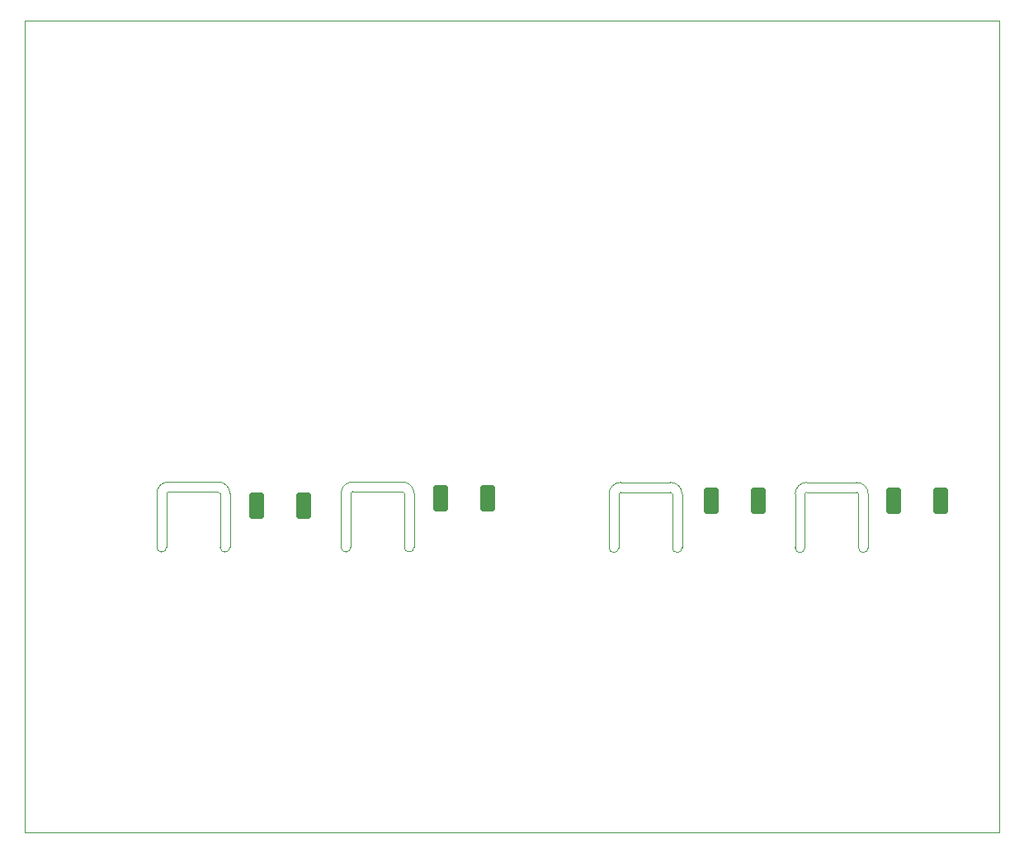
<source format=gbr>
%TF.GenerationSoftware,KiCad,Pcbnew,8.0.5*%
%TF.CreationDate,2025-03-15T22:24:31+01:00*%
%TF.ProjectId,esp32_blinds_controller,65737033-325f-4626-9c69-6e64735f636f,V0.2*%
%TF.SameCoordinates,Original*%
%TF.FileFunction,Paste,Bot*%
%TF.FilePolarity,Positive*%
%FSLAX46Y46*%
G04 Gerber Fmt 4.6, Leading zero omitted, Abs format (unit mm)*
G04 Created by KiCad (PCBNEW 8.0.5) date 2025-03-15 22:24:31*
%MOMM*%
%LPD*%
G01*
G04 APERTURE LIST*
G04 Aperture macros list*
%AMRoundRect*
0 Rectangle with rounded corners*
0 $1 Rounding radius*
0 $2 $3 $4 $5 $6 $7 $8 $9 X,Y pos of 4 corners*
0 Add a 4 corners polygon primitive as box body*
4,1,4,$2,$3,$4,$5,$6,$7,$8,$9,$2,$3,0*
0 Add four circle primitives for the rounded corners*
1,1,$1+$1,$2,$3*
1,1,$1+$1,$4,$5*
1,1,$1+$1,$6,$7*
1,1,$1+$1,$8,$9*
0 Add four rect primitives between the rounded corners*
20,1,$1+$1,$2,$3,$4,$5,0*
20,1,$1+$1,$4,$5,$6,$7,0*
20,1,$1+$1,$6,$7,$8,$9,0*
20,1,$1+$1,$8,$9,$2,$3,0*%
G04 Aperture macros list end*
%ADD10RoundRect,0.250000X0.500000X1.100000X-0.500000X1.100000X-0.500000X-1.100000X0.500000X-1.100000X0*%
%TA.AperFunction,Profile*%
%ADD11C,0.050000*%
%TD*%
%TA.AperFunction,Profile*%
%ADD12C,0.120000*%
%TD*%
G04 APERTURE END LIST*
D10*
%TO.C,D1*%
X129750000Y-105500000D03*
X124950000Y-105500000D03*
%TD*%
%TO.C,D3*%
X195105000Y-105000000D03*
X190305000Y-105000000D03*
%TD*%
%TO.C,D4*%
X148650000Y-104750000D03*
X143850000Y-104750000D03*
%TD*%
%TO.C,D2*%
X176400000Y-104950000D03*
X171600000Y-104950000D03*
%TD*%
D11*
X139900000Y-103048528D02*
G75*
G02*
X141099972Y-104248528I0J-1199972D01*
G01*
X167400000Y-103100000D02*
G75*
G02*
X168600000Y-104300000I0J-1200000D01*
G01*
X168600000Y-109800000D02*
G75*
G02*
X167600000Y-109800000I-500000J0D01*
G01*
X187700000Y-109800000D02*
X187700000Y-104300000D01*
X161100000Y-109800000D02*
X161100000Y-104300000D01*
X134600000Y-109748528D02*
X134600000Y-104248528D01*
X122200000Y-109750000D02*
G75*
G02*
X121200000Y-109750000I-500000J0D01*
G01*
X122200000Y-109750000D02*
X122200000Y-104250000D01*
X134800000Y-103048528D02*
X139900000Y-103048528D01*
X162300000Y-104100000D02*
X167400000Y-104100000D01*
X141100000Y-109748528D02*
X141100000Y-104248528D01*
X181200000Y-109800000D02*
G75*
G02*
X180200000Y-109800000I-500000J0D01*
G01*
X121000000Y-103050000D02*
G75*
G02*
X122200000Y-104250000I0J-1200000D01*
G01*
X181400000Y-104100000D02*
X186500000Y-104100000D01*
X162100000Y-104300000D02*
G75*
G02*
X162300000Y-104100000I200000J0D01*
G01*
X133600000Y-104248528D02*
G75*
G02*
X134800000Y-103048500I1200000J28D01*
G01*
X121200000Y-109750000D02*
X121200000Y-104250000D01*
X187700000Y-109800000D02*
G75*
G02*
X186700000Y-109800000I-500000J0D01*
G01*
X115900000Y-104050000D02*
X121000000Y-104050000D01*
X115700000Y-109750000D02*
X115700000Y-104250000D01*
X167400000Y-104100000D02*
G75*
G02*
X167600000Y-104300000I0J-200000D01*
G01*
X141100000Y-109748528D02*
G75*
G02*
X140100000Y-109748528I-500000J0D01*
G01*
X186700000Y-109800000D02*
X186700000Y-104300000D01*
X180200000Y-104300000D02*
G75*
G02*
X181400000Y-103100000I1200000J0D01*
G01*
X134800000Y-104048528D02*
X139900000Y-104048528D01*
X181200000Y-104300000D02*
G75*
G02*
X181400000Y-104100000I200000J0D01*
G01*
X186500000Y-104100000D02*
G75*
G02*
X186700000Y-104300000I0J-200000D01*
G01*
X162100000Y-109800000D02*
G75*
G02*
X161100000Y-109800000I-500000J0D01*
G01*
X139900000Y-104048528D02*
G75*
G02*
X140099972Y-104248528I0J-199972D01*
G01*
X115700000Y-109750000D02*
G75*
G02*
X114700000Y-109750000I-500000J0D01*
G01*
X186500000Y-103100000D02*
G75*
G02*
X187700000Y-104300000I0J-1200000D01*
G01*
X180200000Y-109800000D02*
X180200000Y-104300000D01*
X162100000Y-109800000D02*
X162100000Y-104300000D01*
X134600000Y-104248528D02*
G75*
G02*
X134800000Y-104048500I200000J28D01*
G01*
X115900000Y-103050000D02*
X121000000Y-103050000D01*
X121000000Y-104050000D02*
G75*
G02*
X121200000Y-104250000I0J-200000D01*
G01*
X140100000Y-109748528D02*
X140100000Y-104248528D01*
X181200000Y-109800000D02*
X181200000Y-104300000D01*
X114700000Y-109750000D02*
X114700000Y-104250000D01*
X168600000Y-109800000D02*
X168600000Y-104300000D01*
X162300000Y-103100000D02*
X167400000Y-103100000D01*
X167600000Y-109800000D02*
X167600000Y-104300000D01*
X161100000Y-104300000D02*
G75*
G02*
X162300000Y-103100000I1200000J0D01*
G01*
X134600000Y-109748528D02*
G75*
G02*
X133600000Y-109748528I-500000J0D01*
G01*
X181400000Y-103100000D02*
X186500000Y-103100000D01*
X115700000Y-104250000D02*
G75*
G02*
X115900000Y-104050000I200000J0D01*
G01*
X114700000Y-104250000D02*
G75*
G02*
X115900000Y-103050000I1200000J0D01*
G01*
X133600000Y-109748528D02*
X133600000Y-104248528D01*
D12*
%TO.C,MOD1*%
X101175000Y-55745000D02*
X101175000Y-138995000D01*
X101175000Y-138995000D02*
X201175000Y-138995000D01*
X201175000Y-55745000D02*
X101175000Y-55745000D01*
X201175000Y-138995000D02*
X201175000Y-55745000D01*
%TD*%
M02*

</source>
